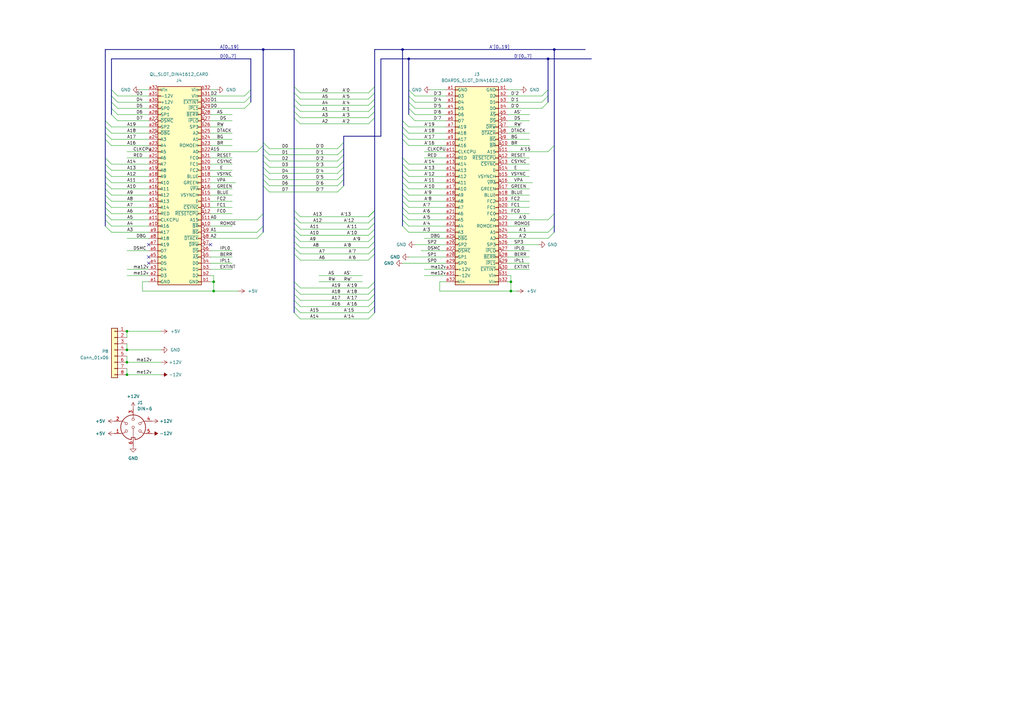
<source format=kicad_sch>
(kicad_sch (version 20250114) (generator "eeschema") (generator_version "9.0")
  (paper "A3")
  (title_block (title "QPlane Backplane for Sinclair QL") (date "2023-11-05") (rev "0,1") (company "(C) 2023 Alvaro Alea Fdz") (comment 1 "https://ohwr.org/cern_ohl_s_v2.txt") (comment 2 "CERN Open Hardware Licence Version 2 - Strongly Reciprocal") (comment 3 "Under License"))
  (lib_symbols
    (symbol "8bits:QL_SLOT_DIN41612" (pin_names (offset 1.016))
      (property "Reference" "J" (at 1.27 40.64 0))
      (property "Value" "QL_SLOT_DIN41612" (at 1.27 -43.18 0))
      (symbol "QL_SLOT_DIN41612_1_1"
        (rectangle (start -8.89 39.37) (end 8.89 -41.91) (stroke (width 0.254)) (fill (type background)))
        (rectangle (start -8.89 38.227) (end -7.62 37.973) (stroke (width 0.1524)))
        (rectangle (start -8.89 35.687) (end -7.62 35.433) (stroke (width 0.1524)))
        (rectangle (start -8.89 33.147) (end -7.62 32.893) (stroke (width 0.1524)))
        (rectangle (start -8.89 30.607) (end -7.62 30.353) (stroke (width 0.1524)))
        (rectangle (start -8.89 28.067) (end -7.62 27.813) (stroke (width 0.1524)))
        (rectangle (start -8.89 25.527) (end -7.62 25.273) (stroke (width 0.1524)))
        (rectangle (start -8.89 22.987) (end -7.62 22.733) (stroke (width 0.1524)))
        (rectangle (start -8.89 20.447) (end -7.62 20.193) (stroke (width 0.1524)))
        (rectangle (start -8.89 17.907) (end -7.62 17.653) (stroke (width 0.1524)))
        (rectangle (start -8.89 15.367) (end -7.62 15.113) (stroke (width 0.1524)))
        (rectangle (start -8.89 12.827) (end -7.62 12.573) (stroke (width 0.1524)))
        (rectangle (start -8.89 10.287) (end -7.62 10.033) (stroke (width 0.1524)))
        (rectangle (start -8.89 7.747) (end -7.62 7.493) (stroke (width 0.1524)))
        (rectangle (start -8.89 5.207) (end -7.62 4.953) (stroke (width 0.1524)))
        (rectangle (start -8.89 2.667) (end -7.62 2.413) (stroke (width 0.1524)))
        (rectangle (start -8.89 0.127) (end -7.62 -0.127) (stroke (width 0.1524)))
        (rectangle (start -8.89 -2.413) (end -7.62 -2.667) (stroke (width 0.1524)))
        (rectangle (start -8.89 -4.953) (end -7.62 -5.207) (stroke (width 0.1524)))
        (rectangle (start -8.89 -7.493) (end -7.62 -7.747) (stroke (width 0.1524)))
        (rectangle (start -8.89 -10.033) (end -7.62 -10.287) (stroke (width 0.1524)))
        (rectangle (start -8.89 -12.573) (end -7.62 -12.827) (stroke (width 0.1524)))
        (rectangle (start -8.89 -15.113) (end -7.62 -15.367) (stroke (width 0.1524)))
        (rectangle (start -8.89 -17.653) (end -7.62 -17.907) (stroke (width 0.1524)))
        (rectangle (start -8.89 -20.193) (end -7.62 -20.447) (stroke (width 0.1524)))
        (rectangle (start -8.89 -22.733) (end -7.62 -22.987) (stroke (width 0.1524)))
        (rectangle (start -8.89 -25.273) (end -7.62 -25.527) (stroke (width 0.1524)))
        (rectangle (start -8.89 -27.813) (end -7.62 -28.067) (stroke (width 0.1524)))
        (rectangle (start -8.89 -30.353) (end -7.62 -30.607) (stroke (width 0.1524)))
        (rectangle (start -8.89 -32.893) (end -7.62 -33.147) (stroke (width 0.1524)))
        (rectangle (start -8.89 -35.433) (end -7.62 -35.687) (stroke (width 0.1524)))
        (rectangle (start -8.89 -37.973) (end -7.62 -38.227) (stroke (width 0.1524)))
        (rectangle (start -8.89 -40.513) (end -7.62 -40.767) (stroke (width 0.1524)))
        (rectangle (start 8.89 38.227) (end 7.62 37.973) (stroke (width 0.1524)))
        (rectangle (start 8.89 35.687) (end 7.62 35.433) (stroke (width 0.1524)))
        (rectangle (start 8.89 33.147) (end 7.62 32.893) (stroke (width 0.1524)))
        (rectangle (start 8.89 30.607) (end 7.62 30.353) (stroke (width 0.1524)))
        (rectangle (start 8.89 28.067) (end 7.62 27.813) (stroke (width 0.1524)))
        (rectangle (start 8.89 25.527) (end 7.62 25.273) (stroke (width 0.1524)))
        (rectangle (start 8.89 22.987) (end 7.62 22.733) (stroke (width 0.1524)))
        (rectangle (start 8.89 20.447) (end 7.62 20.193) (stroke (width 0.1524)))
        (rectangle (start 8.89 17.907) (end 7.62 17.653) (stroke (width 0.1524)))
        (rectangle (start 8.89 15.367) (end 7.62 15.113) (stroke (width 0.1524)))
        (rectangle (start 8.89 12.827) (end 7.62 12.573) (stroke (width 0.1524)))
        (rectangle (start 8.89 10.287) (end 7.62 10.033) (stroke (width 0.1524)))
        (rectangle (start 8.89 7.747) (end 7.62 7.493) (stroke (width 0.1524)))
        (rectangle (start 8.89 5.207) (end 7.62 4.953) (stroke (width 0.1524)))
        (rectangle (start 8.89 2.667) (end 7.62 2.413) (stroke (width 0.1524)))
        (rectangle (start 8.89 0.127) (end 7.62 -0.127) (stroke (width 0.1524)))
        (rectangle (start 8.89 -2.413) (end 7.62 -2.667) (stroke (width 0.1524)))
        (rectangle (start 8.89 -4.953) (end 7.62 -5.207) (stroke (width 0.1524)))
        (rectangle (start 8.89 -7.493) (end 7.62 -7.747) (stroke (width 0.1524)))
        (rectangle (start 8.89 -10.033) (end 7.62 -10.287) (stroke (width 0.1524)))
        (rectangle (start 8.89 -12.573) (end 7.62 -12.827) (stroke (width 0.1524)))
        (rectangle (start 8.89 -15.113) (end 7.62 -15.367) (stroke (width 0.1524)))
        (rectangle (start 8.89 -17.653) (end 7.62 -17.907) (stroke (width 0.1524)))
        (rectangle (start 8.89 -20.193) (end 7.62 -20.447) (stroke (width 0.1524)))
        (rectangle (start 8.89 -22.733) (end 7.62 -22.987) (stroke (width 0.1524)))
        (rectangle (start 8.89 -25.273) (end 7.62 -25.527) (stroke (width 0.1524)))
        (rectangle (start 8.89 -27.813) (end 7.62 -28.067) (stroke (width 0.1524)))
        (rectangle (start 8.89 -30.353) (end 7.62 -30.607) (stroke (width 0.1524)))
        (rectangle (start 8.89 -32.893) (end 7.62 -33.147) (stroke (width 0.1524)))
        (rectangle (start 8.89 -35.433) (end 7.62 -35.687) (stroke (width 0.1524)))
        (rectangle (start 8.89 -37.973) (end 7.62 -38.227) (stroke (width 0.1524)))
        (rectangle (start 8.89 -40.513) (end 7.62 -40.767) (stroke (width 0.1524)))
        (pin passive line (at -12.7 38.1 0) (length 3.81) (name "GND") (number "a1"))
        (pin bidirectional line (at -12.7 35.56 0) (length 3.81) (name "D3") (number "a2"))
        (pin bidirectional line (at -12.7 33.02 0) (length 3.81) (name "D4") (number "a3"))
        (pin bidirectional line (at -12.7 30.48 0) (length 3.81) (name "D5") (number "a4"))
        (pin bidirectional line (at -12.7 27.94 0) (length 3.81) (name "D6") (number "a5"))
        (pin bidirectional line (at -12.7 25.4 0) (length 3.81) (name "D7") (number "a6"))
        (pin passive line (at -12.7 22.86 0) (length 3.81) (name "A19") (number "a7"))
        (pin passive line (at -12.7 20.32 0) (length 3.81) (name "A18") (number "a8"))
        (pin passive line (at -12.7 17.78 0) (length 3.81) (name "A17") (number "a9"))
        (pin passive line (at -12.7 15.24 0) (length 3.81) (name "A16") (number "a10"))
        (pin passive line (at -12.7 12.7 0) (length 3.81) (name "CLKCPU") (number "a11"))
        (pin passive line (at -12.7 10.16 0) (length 3.81) (name "RED") (number "a12"))
        (pin passive line (at -12.7 7.62 0) (length 3.81) (name "A14") (number "a13"))
        (pin passive line (at -12.7 5.08 0) (length 3.81) (name "A13") (number "a14"))
        (pin passive line (at -12.7 2.54 0) (length 3.81) (name "A12") (number "a15"))
        (pin passive line (at -12.7 0 0) (length 3.81) (name "A11") (number "a16"))
        (pin passive line (at -12.7 -2.54 0) (length 3.81) (name "A10") (number "a17"))
        (pin passive line (at -12.7 -5.08 0) (length 3.81) (name "A9") (number "a18"))
        (pin passive line (at -12.7 -7.62 0) (length 3.81) (name "A8") (number "a19"))
        (pin passive line (at -12.7 -10.16 0) (length 3.81) (name "A7") (number "a20"))
        (pin passive line (at -12.7 -12.7 0) (length 3.81) (name "A6") (number "a21"))
        (pin passive line (at -12.7 -15.24 0) (length 3.81) (name "A5") (number "a22"))
        (pin passive line (at -12.7 -17.78 0) (length 3.81) (name "A4") (number "a23"))
        (pin passive line (at -12.7 -20.32 0) (length 3.81) (name "A3") (number "a24"))
        (pin passive inverted (at -12.7 -22.86 0) (length 3.81) (name "~{DBG}") (number "a25"))
        (pin passive line (at -12.7 -25.4 0) (length 3.81) (name "SP2") (number "a26"))
        (pin passive inverted (at -12.7 -27.94 0) (length 3.81) (name "~{DSMC}") (number "a27"))
        (pin passive line (at -12.7 -30.48 0) (length 3.81) (name "SP1") (number "a28"))
        (pin passive line (at -12.7 -33.02 0) (length 3.81) (name "SP0") (number "a29"))
        (pin passive line (at -12.7 -35.56 0) (length 3.81) (name "+12V") (number "a30"))
        (pin passive line (at -12.7 -38.1 0) (length 3.81) (name "-12V") (number "a31"))
        (pin passive line (at -12.7 -40.64 0) (length 3.81) (name "Vin") (number "a32"))
        (pin passive line (at 12.7 38.1 180) (length 3.81) (name "GND") (number "b1"))
        (pin bidirectional line (at 12.7 35.56 180) (length 3.81) (name "D2") (number "b2"))
        (pin bidirectional line (at 12.7 33.02 180) (length 3.81) (name "D1") (number "b3"))
        (pin bidirectional line (at 12.7 30.48 180) (length 3.81) (name "D0") (number "b4"))
        (pin passive inverted (at 12.7 27.94 180) (length 3.81) (name "~{AS}") (number "b5"))
        (pin passive inverted (at 12.7 25.4 180) (length 3.81) (name "~{DS}") (number "b6"))
        (pin passive inverted (at 12.7 22.86 180) (length 3.81) (name "~{DRW}") (number "b7"))
        (pin passive inverted (at 12.7 20.32 180) (length 3.81) (name "~{DTACK}") (number "b8"))
        (pin passive inverted (at 12.7 17.78 180) (length 3.81) (name "~{BG}") (number "b9"))
        (pin passive inverted (at 12.7 15.24 180) (length 3.81) (name "~{BR}") (number "b10"))
        (pin passive line (at 12.7 12.7 180) (length 3.81) (name "A15") (number "b11"))
        (pin passive inverted (at 12.7 10.16 180) (length 3.81) (name "~{RESETCPU}") (number "b12"))
        (pin passive inverted (at 12.7 7.62 180) (length 3.81) (name "~{CSYNC}") (number "b13"))
        (pin passive line (at 12.7 5.08 180) (length 3.81) (name "E") (number "b14"))
        (pin passive line (at 12.7 2.54 180) (length 3.81) (name "VSYNCH") (number "b15"))
        (pin passive inverted (at 12.7 0 180) (length 3.81) (name "~{VPA}") (number "b16"))
        (pin passive line (at 12.7 -2.54 180) (length 3.81) (name "GREEN") (number "b17"))
        (pin passive line (at 12.7 -5.08 180) (length 3.81) (name "BLUE") (number "b18"))
        (pin passive line (at 12.7 -7.62 180) (length 3.81) (name "FC2") (number "b19"))
        (pin passive line (at 12.7 -10.16 180) (length 3.81) (name "FC1") (number "b20"))
        (pin passive line (at 12.7 -12.7 180) (length 3.81) (name "FC0") (number "b21"))
        (pin passive line (at 12.7 -15.24 180) (length 3.81) (name "A0") (number "b22"))
        (pin passive line (at 12.7 -17.78 180) (length 3.81) (name "ROMOEH") (number "b23"))
        (pin passive line (at 12.7 -20.32 180) (length 3.81) (name "A1") (number "b24"))
        (pin passive line (at 12.7 -22.86 180) (length 3.81) (name "A2") (number "b25"))
        (pin passive line (at 12.7 -25.4 180) (length 3.81) (name "SP3") (number "b26"))
        (pin passive inverted (at 12.7 -27.94 180) (length 3.81) (name "~{IPLO}") (number "b27"))
        (pin passive inverted (at 12.7 -30.48 180) (length 3.81) (name "~{BERR}") (number "b28"))
        (pin passive inverted (at 12.7 -33.02 180) (length 3.81) (name "~{IPL1}") (number "b29"))
        (pin passive inverted (at 12.7 -35.56 180) (length 3.81) (name "~{EXTINT}") (number "b30"))
        (pin passive line (at 12.7 -38.1 180) (length 3.81) (name "Vin") (number "b31"))
        (pin passive line (at 12.7 -40.64 180) (length 3.81) (name "Vin") (number "b32"))
      )
    )
    (symbol "Connector:DIN-6" (pin_names (offset 1.016))
      (property "Reference" "J" (at 3.175 5.715 0))
      (property "Value" "DIN-6" (at 4.445 -4.445 0))
      (symbol "DIN-6_0_1"
        (polyline (pts (xy -5.08 2.54) (xy -4.318 2.54) (xy -3.175 1.905)))
        (polyline (pts (xy -5.08 -2.54) (xy -4.318 -2.54) (xy -3.175 -1.905)))
        (circle (center -2.794 1.524) (radius 0.508))
        (circle (center -2.794 -1.524) (radius 0.508))
        (polyline (pts (xy -0.762 -4.953) (xy -0.762 -4.191) (xy 0.762 -4.191) (xy 0.762 -4.953)) (stroke (width 0.254)))
        (arc (start 5.08 0) (mid 3.8673 -3.3444) (end 0.762 -5.08) (stroke (width 0.254)))
        (polyline (pts (xy 0 5.08) (xy 0 3.81)))
        (circle (center 0 3.302) (radius 0.508))
        (circle (center 0 0) (radius 0.508))
        (arc (start -5.08 0) (mid 0 5.0579) (end 5.08 0) (stroke (width 0.254)))
        (polyline (pts (xy 0 -5.08) (xy 0 -0.508)))
        (arc (start -0.762 -5.08) (mid -3.8597 -3.3379) (end -5.08 0) (stroke (width 0.254)))
        (circle (center 2.794 1.524) (radius 0.508))
        (circle (center 2.794 -1.524) (radius 0.508))
        (polyline (pts (xy 5.08 2.54) (xy 4.318 2.54) (xy 3.175 1.905)))
        (polyline (pts (xy 5.08 -2.54) (xy 4.318 -2.54) (xy 3.175 -1.905)))
      )
      (symbol "DIN-6_1_1"
        (pin passive line (at -7.62 2.54 0) (length 2.54) (name "~") (number "2"))
        (pin passive line (at -7.62 -2.54 0) (length 2.54) (name "~") (number "1"))
        (pin passive line (at 0 7.62 270) (length 2.54) (name "~") (number "3"))
        (pin passive line (at 0 -7.62 90) (length 2.54) (name "~") (number "6"))
        (pin passive line (at 7.62 2.54 180) (length 2.54) (name "~") (number "4"))
        (pin passive line (at 7.62 -2.54 180) (length 2.54) (name "~") (number "5"))
      )
    )
    (symbol "Connector_Generic:Conn_01x08" (pin_names (offset 1.016) (hide yes))
      (property "Reference" "J" (at 0 10.16 0))
      (property "Value" "Conn_01x08" (at 0 -12.7 0))
      (symbol "Conn_01x08_1_1"
        (rectangle (start -1.27 8.89) (end 1.27 -11.43) (stroke (width 0.254)) (fill (type background)))
        (rectangle (start -1.27 7.747) (end 0 7.493) (stroke (width 0.1524)))
        (rectangle (start -1.27 5.207) (end 0 4.953) (stroke (width 0.1524)))
        (rectangle (start -1.27 2.667) (end 0 2.413) (stroke (width 0.1524)))
        (rectangle (start -1.27 0.127) (end 0 -0.127) (stroke (width 0.1524)))
        (rectangle (start -1.27 -2.413) (end 0 -2.667) (stroke (width 0.1524)))
        (rectangle (start -1.27 -4.953) (end 0 -5.207) (stroke (width 0.1524)))
        (rectangle (start -1.27 -7.493) (end 0 -7.747) (stroke (width 0.1524)))
        (rectangle (start -1.27 -10.033) (end 0 -10.287) (stroke (width 0.1524)))
        (pin passive line (at -5.08 7.62 0) (length 3.81) (name "Pin_1") (number "1"))
        (pin passive line (at -5.08 5.08 0) (length 3.81) (name "Pin_2") (number "2"))
        (pin passive line (at -5.08 2.54 0) (length 3.81) (name "Pin_3") (number "3"))
        (pin passive line (at -5.08 0 0) (length 3.81) (name "Pin_4") (number "4"))
        (pin passive line (at -5.08 -2.54 0) (length 3.81) (name "Pin_5") (number "5"))
        (pin passive line (at -5.08 -5.08 0) (length 3.81) (name "Pin_6") (number "6"))
        (pin passive line (at -5.08 -7.62 0) (length 3.81) (name "Pin_7") (number "7"))
        (pin passive line (at -5.08 -10.16 0) (length 3.81) (name "Pin_8") (number "8"))
      )
    )
    (symbol "power:+12V" (power) (pin_names (offset 0))
      (property "Value" "+12V" (at 0 3.556 0))
      (symbol "+12V_0_1"
        (polyline (pts (xy -0.762 1.27) (xy 0 2.54)))
        (polyline (pts (xy 0 2.54) (xy 0.762 1.27)))
        (polyline (pts (xy 0 0) (xy 0 2.54)))
      )
      (symbol "+12V_1_1"
        (pin power_in line (at 0 0 90) (length 0) (hide yes) (name "+12V") (number "1"))
      )
    )
    (symbol "power:+5V" (power) (pin_numbers (hide yes)) (pin_names (offset 0) (hide yes))
      (property "Value" "+5V" (at 0 3.556 0))
      (symbol "+5V_0_1"
        (polyline (pts (xy -0.762 1.27) (xy 0 2.54)))
        (polyline (pts (xy 0 2.54) (xy 0.762 1.27)))
        (polyline (pts (xy 0 0) (xy 0 2.54)))
      )
      (symbol "+5V_1_1"
        (pin power_in line (at 0 0 90) (length 0) (name "~") (number "1"))
      )
    )
    (symbol "power:-12V" (power) (pin_names (offset 0))
      (property "Value" "-12V" (at 0 3.81 0))
      (symbol "-12V_0_0"
        (pin power_in line (at 0 0 90) (length 0) (hide yes) (name "-12V") (number "1"))
      )
      (symbol "-12V_0_1"
        (polyline (pts (xy 0 0) (xy 0 1.27) (xy 0.762 1.27) (xy 0 2.54) (xy -0.762 1.27) (xy 0 1.27)) (fill (type outline)))
      )
    )
    (symbol "power:GND" (power) (pin_names (offset 0))
      (property "Value" "GND" (at 0 -3.81 0))
      (symbol "GND_0_1"
        (polyline (pts (xy 0 0) (xy 0 -1.27) (xy 1.27 -1.27) (xy 0 -2.54) (xy -1.27 -1.27) (xy 0 -1.27)))
      )
      (symbol "GND_1_1"
        (pin power_in line (at 0 0 270) (length 0) (hide yes) (name "GND") (number "1"))
      )
    )
  )
  (junction (at 227.33 20.32))
  (junction (at 52.07 135.89))
  (junction (at 107.95 20.32))
  (junction (at 224.79 24.13))
  (junction (at 167.64 24.13))
  (junction (at 209.55 119.38))
  (junction (at 209.55 115.57))
  (junction (at 87.63 119.38))
  (junction (at 52.07 143.51))
  (junction (at 52.07 153.67))
  (junction (at 87.63 115.57))
  (junction (at 165.1 20.32))
  (junction (at 52.07 148.59))
  (no_connect (at 86.36 100.33))
  (no_connect (at 60.96 100.33))
  (no_connect (at 60.96 107.95))
  (no_connect (at 60.96 105.41))
  (bus_entry (at 140.97 60.96) (size -2.54 2.54))
  (bus_entry (at 227.33 95.25) (size -2.54 2.54))
  (bus_entry (at 120.65 118.11) (size 2.54 2.54))
  (bus_entry (at 140.97 63.5) (size -2.54 2.54))
  (bus_entry (at 165.1 80.01) (size 2.54 2.54))
  (bus_entry (at 102.87 41.91) (size -2.54 2.54))
  (bus_entry (at 140.97 58.42) (size -2.54 2.54))
  (bus_entry (at 165.1 74.93) (size 2.54 2.54))
  (bus_entry (at 120.65 123.19) (size 2.54 2.54))
  (bus_entry (at 120.65 96.52) (size 2.54 2.54))
  (bus_entry (at 227.33 92.71) (size -2.54 2.54))
  (bus_entry (at 43.18 69.85) (size 2.54 2.54))
  (bus_entry (at 107.95 59.69) (size -2.54 2.54))
  (bus_entry (at 153.67 96.52) (size -2.54 2.54))
  (bus_entry (at 153.67 125.73) (size -2.54 2.54))
  (bus_entry (at 43.18 57.15) (size 2.54 2.54))
  (bus_entry (at 153.67 91.44) (size -2.54 2.54))
  (bus_entry (at 167.64 41.91) (size 2.54 2.54))
  (bus_entry (at 120.65 43.18) (size 2.54 2.54))
  (bus_entry (at 120.65 40.64) (size 2.54 2.54))
  (bus_entry (at 165.1 90.17) (size 2.54 2.54))
  (bus_entry (at 43.18 67.31) (size 2.54 2.54))
  (bus_entry (at 43.18 77.47) (size 2.54 2.54))
  (bus_entry (at 167.64 44.45) (size 2.54 2.54))
  (bus_entry (at 165.1 87.63) (size 2.54 2.54))
  (bus_entry (at 165.1 92.71) (size 2.54 2.54))
  (bus_entry (at 140.97 66.04) (size -2.54 2.54))
  (bus_entry (at 153.67 123.19) (size -2.54 2.54))
  (bus_entry (at 153.67 86.36) (size -2.54 2.54))
  (bus_entry (at 43.18 85.09) (size 2.54 2.54))
  (bus_entry (at 153.67 118.11) (size -2.54 2.54))
  (bus_entry (at 140.97 73.66) (size -2.54 2.54))
  (bus_entry (at 107.95 60.96) (size 2.54 2.54))
  (bus_entry (at 167.64 39.37) (size 2.54 2.54))
  (bus_entry (at 43.18 54.61) (size 2.54 2.54))
  (bus_entry (at 107.95 92.71) (size -2.54 2.54))
  (bus_entry (at 165.1 67.31) (size 2.54 2.54))
  (bus_entry (at 120.65 38.1) (size 2.54 2.54))
  (bus_entry (at 167.64 46.99) (size 2.54 2.54))
  (bus_entry (at 167.64 36.83) (size 2.54 2.54))
  (bus_entry (at 224.79 36.83) (size -2.54 2.54))
  (bus_entry (at 120.65 101.6) (size 2.54 2.54))
  (bus_entry (at 120.65 91.44) (size 2.54 2.54))
  (bus_entry (at 107.95 73.66) (size 2.54 2.54))
  (bus_entry (at 153.67 104.14) (size -2.54 2.54))
  (bus_entry (at 165.1 49.53) (size 2.54 2.54))
  (bus_entry (at 45.72 44.45) (size 2.54 2.54))
  (bus_entry (at 120.65 99.06) (size 2.54 2.54))
  (bus_entry (at 153.67 120.65) (size -2.54 2.54))
  (bus_entry (at 140.97 76.2) (size -2.54 2.54))
  (bus_entry (at 43.18 64.77) (size 2.54 2.54))
  (bus_entry (at 153.67 35.56) (size -2.54 2.54))
  (bus_entry (at 165.1 85.09) (size 2.54 2.54))
  (bus_entry (at 165.1 64.77) (size 2.54 2.54))
  (bus_entry (at 102.87 39.37) (size -2.54 2.54))
  (bus_entry (at 153.67 115.57) (size -2.54 2.54))
  (bus_entry (at 165.1 77.47) (size 2.54 2.54))
  (bus_entry (at 153.67 86.36) (size -2.54 2.54))
  (bus_entry (at 120.65 48.26) (size 2.54 2.54))
  (bus_entry (at 43.18 49.53) (size 2.54 2.54))
  (bus_entry (at 45.72 41.91) (size 2.54 2.54))
  (bus_entry (at 107.95 58.42) (size 2.54 2.54))
  (bus_entry (at 227.33 87.63) (size -2.54 2.54))
  (bus_entry (at 140.97 68.58) (size -2.54 2.54))
  (bus_entry (at 43.18 82.55) (size 2.54 2.54))
  (bus_entry (at 43.18 80.01) (size 2.54 2.54))
  (bus_entry (at 227.33 59.69) (size -2.54 2.54))
  (bus_entry (at 43.18 52.07) (size 2.54 2.54))
  (bus_entry (at 120.65 86.36) (size 2.54 2.54))
  (bus_entry (at 153.67 101.6) (size -2.54 2.54))
  (bus_entry (at 43.18 72.39) (size 2.54 2.54))
  (bus_entry (at 153.67 99.06) (size -2.54 2.54))
  (bus_entry (at 165.1 72.39) (size 2.54 2.54))
  (bus_entry (at 120.65 120.65) (size 2.54 2.54))
  (bus_entry (at 165.1 69.85) (size 2.54 2.54))
  (bus_entry (at 153.67 93.98) (size -2.54 2.54))
  (bus_entry (at 107.95 87.63) (size -2.54 2.54))
  (bus_entry (at 107.95 76.2) (size 2.54 2.54))
  (bus_entry (at 120.65 115.57) (size 2.54 2.54))
  (bus_entry (at 120.65 125.73) (size 2.54 2.54))
  (bus_entry (at 43.18 92.71) (size 2.54 2.54))
  (bus_entry (at 153.67 128.27) (size -2.54 2.54))
  (bus_entry (at 107.95 66.04) (size 2.54 2.54))
  (bus_entry (at 153.67 48.26) (size -2.54 2.54))
  (bus_entry (at 102.87 36.83) (size -2.54 2.54))
  (bus_entry (at 107.95 68.58) (size 2.54 2.54))
  (bus_entry (at 153.67 40.64) (size -2.54 2.54))
  (bus_entry (at 120.65 45.72) (size 2.54 2.54))
  (bus_entry (at 120.65 88.9) (size 2.54 2.54))
  (bus_entry (at 153.67 38.1) (size -2.54 2.54))
  (bus_entry (at 165.1 54.61) (size 2.54 2.54))
  (bus_entry (at 153.67 88.9) (size -2.54 2.54))
  (bus_entry (at 45.72 46.99) (size 2.54 2.54))
  (bus_entry (at 224.79 41.91) (size -2.54 2.54))
  (bus_entry (at 165.1 82.55) (size 2.54 2.54))
  (bus_entry (at 43.18 90.17) (size 2.54 2.54))
  (bus_entry (at 43.18 87.63) (size 2.54 2.54))
  (bus_entry (at 45.72 39.37) (size 2.54 2.54))
  (bus_entry (at 165.1 57.15) (size 2.54 2.54))
  (bus_entry (at 107.95 63.5) (size 2.54 2.54))
  (bus_entry (at 153.67 43.18) (size -2.54 2.54))
  (bus_entry (at 120.65 93.98) (size 2.54 2.54))
  (bus_entry (at 224.79 39.37) (size -2.54 2.54))
  (bus_entry (at 165.1 52.07) (size 2.54 2.54))
  (bus_entry (at 153.67 45.72) (size -2.54 2.54))
  (bus_entry (at 120.65 128.27) (size 2.54 2.54))
  (bus_entry (at 107.95 71.12) (size 2.54 2.54))
  (bus_entry (at 43.18 74.93) (size 2.54 2.54))
  (bus_entry (at 107.95 95.25) (size -2.54 2.54))
  (bus_entry (at 45.72 36.83) (size 2.54 2.54))
  (bus_entry (at 120.65 35.56) (size 2.54 2.54))
  (bus_entry (at 120.65 104.14) (size 2.54 2.54))
  (bus_entry (at 140.97 71.12) (size -2.54 2.54))
  (bus (pts (xy 43.18 90.17) (xy 43.18 92.71)))
  (bus (pts (xy 153.67 38.1) (xy 153.67 40.64)))
  (wire (pts (xy 123.19 125.73) (xy 151.13 125.73)))
  (bus (pts (xy 165.1 80.01) (xy 165.1 82.55)))
  (bus (pts (xy 107.95 60.96) (xy 107.95 63.5)))
  (wire (pts (xy 123.19 130.81) (xy 151.13 130.81)))
  (wire (pts (xy 208.28 97.79) (xy 224.79 97.79)))
  (wire (pts (xy 52.07 143.51) (xy 66.04 143.51)))
  (wire (pts (xy 167.64 82.55) (xy 182.88 82.55)))
  (bus (pts (xy 165.1 54.61) (xy 165.1 57.15)))
  (wire (pts (xy 123.19 118.11) (xy 151.13 118.11)))
  (bus (pts (xy 167.64 41.91) (xy 167.64 44.45)))
  (wire (pts (xy 208.28 41.91) (xy 222.25 41.91)))
  (bus (pts (xy 153.67 93.98) (xy 153.67 96.52)))
  (wire (pts (xy 86.36 49.53) (xy 95.25 49.53)))
  (bus (pts (xy 120.65 99.06) (xy 120.65 101.6)))
  (wire (pts (xy 123.19 91.44) (xy 151.13 91.44)))
  (bus (pts (xy 153.67 123.19) (xy 153.67 125.73)))
  (bus (pts (xy 140.97 71.12) (xy 140.97 73.66)))
  (wire (pts (xy 45.72 54.61) (xy 60.96 54.61)))
  (bus (pts (xy 165.1 74.93) (xy 165.1 77.47)))
  (bus (pts (xy 227.33 59.69) (xy 227.33 87.63)))
  (wire (pts (xy 58.42 115.57) (xy 58.42 119.38)))
  (bus (pts (xy 165.1 87.63) (xy 165.1 90.17)))
  (bus (pts (xy 227.33 92.71) (xy 227.33 95.25)))
  (wire (pts (xy 86.36 87.63) (xy 95.25 87.63)))
  (wire (pts (xy 87.63 115.57) (xy 87.63 113.03)))
  (wire (pts (xy 86.36 69.85) (xy 95.25 69.85)))
  (bus (pts (xy 120.65 91.44) (xy 120.65 93.98)))
  (wire (pts (xy 52.07 135.89) (xy 66.04 135.89)))
  (wire (pts (xy 167.64 80.01) (xy 182.88 80.01)))
  (bus (pts (xy 227.33 20.32) (xy 240.03 20.32)))
  (wire (pts (xy 45.72 87.63) (xy 60.96 87.63)))
  (wire (pts (xy 86.36 57.15) (xy 95.25 57.15)))
  (bus (pts (xy 165.1 67.31) (xy 165.1 69.85)))
  (bus (pts (xy 120.65 96.52) (xy 120.65 99.06)))
  (wire (pts (xy 123.19 120.65) (xy 151.13 120.65)))
  (wire (pts (xy 170.18 49.53) (xy 182.88 49.53)))
  (bus (pts (xy 120.65 35.56) (xy 120.65 38.1)))
  (bus (pts (xy 153.67 43.18) (xy 153.67 45.72)))
  (wire (pts (xy 123.19 96.52) (xy 151.13 96.52)))
  (wire (pts (xy 208.28 95.25) (xy 224.79 95.25)))
  (wire (pts (xy 208.28 49.53) (xy 217.17 49.53)))
  (bus (pts (xy 43.18 20.32) (xy 107.95 20.32)))
  (bus (pts (xy 153.67 96.52) (xy 153.67 99.06)))
  (bus (pts (xy 107.95 92.71) (xy 107.95 95.25)))
  (wire (pts (xy 86.36 39.37) (xy 100.33 39.37)))
  (wire (pts (xy 45.72 72.39) (xy 60.96 72.39)))
  (bus (pts (xy 43.18 49.53) (xy 43.18 52.07)))
  (wire (pts (xy 208.28 72.39) (xy 217.17 72.39)))
  (wire (pts (xy 52.07 64.77) (xy 60.96 64.77)))
  (wire (pts (xy 86.36 110.49) (xy 95.25 110.49)))
  (wire (pts (xy 208.28 44.45) (xy 222.25 44.45)))
  (wire (pts (xy 170.18 39.37) (xy 182.88 39.37)))
  (wire (pts (xy 208.28 90.17) (xy 224.79 90.17)))
  (wire (pts (xy 208.28 57.15) (xy 217.17 57.15)))
  (bus (pts (xy 140.97 66.04) (xy 140.97 63.5)))
  (bus (pts (xy 120.65 86.36) (xy 120.65 88.9)))
  (wire (pts (xy 123.19 40.64) (xy 151.13 40.64)))
  (bus (pts (xy 167.64 39.37) (xy 167.64 41.91)))
  (wire (pts (xy 167.64 105.41) (xy 182.88 105.41)))
  (wire (pts (xy 167.64 52.07) (xy 182.88 52.07)))
  (wire (pts (xy 208.28 100.33) (xy 220.98 100.33)))
  (wire (pts (xy 123.19 43.18) (xy 151.13 43.18)))
  (bus (pts (xy 43.18 80.01) (xy 43.18 82.55)))
  (wire (pts (xy 208.28 107.95) (xy 217.17 107.95)))
  (wire (pts (xy 167.64 90.17) (xy 182.88 90.17)))
  (wire (pts (xy 110.49 73.66) (xy 138.43 73.66)))
  (bus (pts (xy 120.65 40.64) (xy 120.65 43.18)))
  (wire (pts (xy 86.36 72.39) (xy 95.25 72.39)))
  (wire (pts (xy 48.26 44.45) (xy 60.96 44.45)))
  (wire (pts (xy 208.28 36.83) (xy 213.36 36.83)))
  (bus (pts (xy 224.79 39.37) (xy 224.79 41.91)))
  (wire (pts (xy 52.07 140.97) (xy 52.07 143.51)))
  (wire (pts (xy 173.99 110.49) (xy 182.88 110.49)))
  (wire (pts (xy 45.72 92.71) (xy 60.96 92.71)))
  (bus (pts (xy 43.18 87.63) (xy 43.18 90.17)))
  (bus (pts (xy 107.95 73.66) (xy 107.95 76.2)))
  (wire (pts (xy 86.36 64.77) (xy 95.25 64.77)))
  (bus (pts (xy 45.72 41.91) (xy 45.72 44.45)))
  (bus (pts (xy 120.65 123.19) (xy 120.65 125.73)))
  (wire (pts (xy 110.49 78.74) (xy 138.43 78.74)))
  (wire (pts (xy 209.55 119.38) (xy 212.09 119.38)))
  (wire (pts (xy 87.63 119.38) (xy 97.79 119.38)))
  (wire (pts (xy 45.72 90.17) (xy 60.96 90.17)))
  (wire (pts (xy 167.64 67.31) (xy 182.88 67.31)))
  (wire (pts (xy 208.28 69.85) (xy 217.17 69.85)))
  (wire (pts (xy 45.72 82.55) (xy 60.96 82.55)))
  (bus (pts (xy 43.18 67.31) (xy 43.18 69.85)))
  (wire (pts (xy 123.19 104.14) (xy 151.13 104.14)))
  (wire (pts (xy 208.28 115.57) (xy 209.55 115.57)))
  (wire (pts (xy 86.36 77.47) (xy 95.25 77.47)))
  (wire (pts (xy 123.19 48.26) (xy 151.13 48.26)))
  (bus (pts (xy 153.67 118.11) (xy 153.67 120.65)))
  (wire (pts (xy 86.36 102.87) (xy 95.25 102.87)))
  (bus (pts (xy 153.67 125.73) (xy 153.67 128.27)))
  (bus (pts (xy 153.67 48.26) (xy 153.67 86.36)))
  (wire (pts (xy 123.19 128.27) (xy 151.13 128.27)))
  (wire (pts (xy 45.72 57.15) (xy 60.96 57.15)))
  (bus (pts (xy 165.1 85.09) (xy 165.1 87.63)))
  (wire (pts (xy 170.18 44.45) (xy 182.88 44.45)))
  (wire (pts (xy 48.26 49.53) (xy 60.96 49.53)))
  (wire (pts (xy 208.28 64.77) (xy 217.17 64.77)))
  (wire (pts (xy 208.28 82.55) (xy 217.17 82.55)))
  (bus (pts (xy 45.72 44.45) (xy 45.72 46.99)))
  (bus (pts (xy 120.65 45.72) (xy 120.65 48.26)))
  (bus (pts (xy 120.65 43.18) (xy 120.65 45.72)))
  (wire (pts (xy 208.28 105.41) (xy 217.17 105.41)))
  (wire (pts (xy 86.36 36.83) (xy 88.9 36.83)))
  (wire (pts (xy 52.07 146.05) (xy 52.07 148.59)))
  (wire (pts (xy 167.64 74.93) (xy 182.88 74.93)))
  (bus (pts (xy 165.1 52.07) (xy 165.1 54.61)))
  (wire (pts (xy 167.64 95.25) (xy 182.88 95.25)))
  (wire (pts (xy 86.36 85.09) (xy 95.25 85.09)))
  (wire (pts (xy 123.19 99.06) (xy 151.13 99.06)))
  (wire (pts (xy 45.72 80.01) (xy 60.96 80.01)))
  (wire (pts (xy 52.07 102.87) (xy 60.96 102.87)))
  (bus (pts (xy 107.95 68.58) (xy 107.95 71.12)))
  (bus (pts (xy 165.1 20.32) (xy 153.67 20.32)))
  (wire (pts (xy 208.28 102.87) (xy 217.17 102.87)))
  (wire (pts (xy 86.36 52.07) (xy 91.44 52.07)))
  (wire (pts (xy 58.42 119.38) (xy 87.63 119.38)))
  (wire (pts (xy 173.99 113.03) (xy 182.88 113.03)))
  (bus (pts (xy 140.97 60.96) (xy 140.97 58.42)))
  (wire (pts (xy 87.63 113.03) (xy 86.36 113.03)))
  (wire (pts (xy 208.28 87.63) (xy 217.17 87.63)))
  (bus (pts (xy 107.95 58.42) (xy 107.95 59.69)))
  (bus (pts (xy 224.79 36.83) (xy 224.79 39.37)))
  (wire (pts (xy 45.72 74.93) (xy 60.96 74.93)))
  (wire (pts (xy 87.63 119.38) (xy 87.63 115.57)))
  (wire (pts (xy 110.49 63.5) (xy 138.43 63.5)))
  (bus (pts (xy 107.95 71.12) (xy 107.95 73.66)))
  (bus (pts (xy 140.97 58.42) (xy 140.97 55.88)))
  (wire (pts (xy 110.49 68.58) (xy 138.43 68.58)))
  (wire (pts (xy 167.64 72.39) (xy 182.88 72.39)))
  (wire (pts (xy 208.28 62.23) (xy 224.79 62.23)))
  (wire (pts (xy 110.49 60.96) (xy 138.43 60.96)))
  (wire (pts (xy 167.64 57.15) (xy 182.88 57.15)))
  (bus (pts (xy 120.65 125.73) (xy 120.65 128.27)))
  (bus (pts (xy 45.72 39.37) (xy 45.72 41.91)))
  (wire (pts (xy 180.34 115.57) (xy 180.34 119.38)))
  (wire (pts (xy 180.34 119.38) (xy 209.55 119.38)))
  (wire (pts (xy 182.88 115.57) (xy 180.34 115.57)))
  (wire (pts (xy 209.55 113.03) (xy 208.28 113.03)))
  (wire (pts (xy 209.55 115.57) (xy 209.55 113.03)))
  (wire (pts (xy 209.55 119.38) (xy 209.55 115.57)))
  (bus (pts (xy 43.18 72.39) (xy 43.18 74.93)))
  (wire (pts (xy 45.72 69.85) (xy 60.96 69.85)))
  (bus (pts (xy 102.87 39.37) (xy 102.87 41.91)))
  (bus (pts (xy 43.18 64.77) (xy 43.18 67.31)))
  (bus (pts (xy 107.95 66.04) (xy 107.95 68.58)))
  (bus (pts (xy 43.18 85.09) (xy 43.18 87.63)))
  (wire (pts (xy 167.64 69.85) (xy 182.88 69.85)))
  (bus (pts (xy 107.95 87.63) (xy 107.95 92.71)))
  (wire (pts (xy 52.07 97.79) (xy 60.96 97.79)))
  (wire (pts (xy 86.36 95.25) (xy 105.41 95.25)))
  (wire (pts (xy 208.28 54.61) (xy 217.17 54.61)))
  (wire (pts (xy 86.36 80.01) (xy 95.25 80.01)))
  (bus (pts (xy 120.65 120.65) (xy 120.65 123.19)))
  (wire (pts (xy 123.19 50.8) (xy 151.13 50.8)))
  (bus (pts (xy 120.65 93.98) (xy 120.65 96.52)))
  (bus (pts (xy 156.21 24.13) (xy 156.21 55.88)))
  (bus (pts (xy 43.18 57.15) (xy 43.18 64.77)))
  (wire (pts (xy 86.36 62.23) (xy 105.41 62.23)))
  (bus (pts (xy 120.65 118.11) (xy 120.65 120.65)))
  (bus (pts (xy 120.65 101.6) (xy 120.65 104.14)))
  (bus (pts (xy 43.18 54.61) (xy 43.18 57.15)))
  (wire (pts (xy 123.19 106.68) (xy 151.13 106.68)))
  (bus (pts (xy 107.95 63.5) (xy 107.95 66.04)))
  (bus (pts (xy 140.97 68.58) (xy 140.97 66.04)))
  (wire (pts (xy 173.99 97.79) (xy 182.88 97.79)))
  (wire (pts (xy 123.19 123.19) (xy 151.13 123.19)))
  (wire (pts (xy 165.1 107.95) (xy 182.88 107.95)))
  (bus (pts (xy 165.1 69.85) (xy 165.1 72.39)))
  (wire (pts (xy 173.99 64.77) (xy 182.88 64.77)))
  (wire (pts (xy 208.28 80.01) (xy 217.17 80.01)))
  (wire (pts (xy 208.28 52.07) (xy 213.36 52.07)))
  (bus (pts (xy 43.18 52.07) (xy 43.18 54.61)))
  (wire (pts (xy 86.36 90.17) (xy 105.41 90.17)))
  (wire (pts (xy 123.19 88.9) (xy 151.13 88.9)))
  (wire (pts (xy 86.36 41.91) (xy 100.33 41.91)))
  (bus (pts (xy 165.1 64.77) (xy 165.1 67.31)))
  (wire (pts (xy 110.49 76.2) (xy 138.43 76.2)))
  (wire (pts (xy 45.72 85.09) (xy 60.96 85.09)))
  (bus (pts (xy 102.87 36.83) (xy 102.87 39.37)))
  (wire (pts (xy 167.64 85.09) (xy 182.88 85.09)))
  (wire (pts (xy 52.07 153.67) (xy 66.04 153.67)))
  (wire (pts (xy 172.72 102.87) (xy 182.88 102.87)))
  (wire (pts (xy 123.19 101.6) (xy 151.13 101.6)))
  (wire (pts (xy 208.28 46.99) (xy 217.17 46.99)))
  (wire (pts (xy 170.18 100.33) (xy 182.88 100.33)))
  (wire (pts (xy 123.19 93.98) (xy 151.13 93.98)))
  (bus (pts (xy 165.1 82.55) (xy 165.1 85.09)))
  (bus (pts (xy 45.72 36.83) (xy 45.72 39.37)))
  (wire (pts (xy 52.07 151.13) (xy 52.07 153.67)))
  (wire (pts (xy 86.36 97.79) (xy 105.41 97.79)))
  (wire (pts (xy 52.07 113.03) (xy 60.96 113.03)))
  (wire (pts (xy 167.64 87.63) (xy 182.88 87.63)))
  (bus (pts (xy 153.67 86.36) (xy 153.67 88.9)))
  (bus (pts (xy 43.18 20.32) (xy 43.18 49.53)))
  (wire (pts (xy 86.36 107.95) (xy 95.25 107.95)))
  (bus (pts (xy 107.95 20.32) (xy 120.65 20.32)))
  (bus (pts (xy 43.18 74.93) (xy 43.18 77.47)))
  (bus (pts (xy 120.65 115.57) (xy 120.65 118.11)))
  (bus (pts (xy 165.1 49.53) (xy 165.1 52.07)))
  (wire (pts (xy 52.07 110.49) (xy 60.96 110.49)))
  (wire (pts (xy 86.36 46.99) (xy 95.25 46.99)))
  (wire (pts (xy 110.49 66.04) (xy 138.43 66.04)))
  (bus (pts (xy 107.95 76.2) (xy 107.95 87.63)))
  (bus (pts (xy 120.65 104.14) (xy 120.65 115.57)))
  (bus (pts (xy 153.67 104.14) (xy 153.67 115.57)))
  (wire (pts (xy 208.28 67.31) (xy 217.17 67.31)))
  (wire (pts (xy 52.07 135.89) (xy 52.07 138.43)))
  (wire (pts (xy 176.53 36.83) (xy 182.88 36.83)))
  (bus (pts (xy 153.67 20.32) (xy 153.67 35.56)))
  (wire (pts (xy 167.64 77.47) (xy 182.88 77.47)))
  (wire (pts (xy 86.36 44.45) (xy 100.33 44.45)))
  (wire (pts (xy 86.36 74.93) (xy 96.52 74.93)))
  (bus (pts (xy 120.65 20.32) (xy 120.65 35.56)))
  (wire (pts (xy 170.18 41.91) (xy 182.88 41.91)))
  (bus (pts (xy 107.95 20.32) (xy 107.95 58.42)))
  (bus (pts (xy 167.64 24.13) (xy 224.79 24.13)))
  (bus (pts (xy 153.67 115.57) (xy 153.67 118.11)))
  (bus (pts (xy 156.21 24.13) (xy 167.64 24.13)))
  (bus (pts (xy 43.18 82.55) (xy 43.18 85.09)))
  (bus (pts (xy 43.18 69.85) (xy 43.18 72.39)))
  (wire (pts (xy 45.72 52.07) (xy 60.96 52.07)))
  (bus (pts (xy 153.67 88.9) (xy 153.67 91.44)))
  (wire (pts (xy 45.72 59.69) (xy 60.96 59.69)))
  (wire (pts (xy 45.72 77.47) (xy 60.96 77.47)))
  (bus (pts (xy 167.64 24.13) (xy 167.64 36.83)))
  (bus (pts (xy 224.79 24.13) (xy 224.79 36.83)))
  (bus (pts (xy 153.67 35.56) (xy 153.67 38.1)))
  (bus (pts (xy 153.67 45.72) (xy 153.67 48.26)))
  (wire (pts (xy 52.07 148.59) (xy 66.04 148.59)))
  (bus (pts (xy 43.18 77.47) (xy 43.18 80.01)))
  (bus (pts (xy 165.1 72.39) (xy 165.1 74.93)))
  (wire (pts (xy 123.19 45.72) (xy 151.13 45.72)))
  (wire (pts (xy 86.36 67.31) (xy 95.25 67.31)))
  (bus (pts (xy 140.97 55.88) (xy 156.21 55.88)))
  (bus (pts (xy 102.87 24.13) (xy 102.87 36.83)))
  (wire (pts (xy 167.64 54.61) (xy 182.88 54.61)))
  (bus (pts (xy 165.1 20.32) (xy 165.1 49.53)))
  (bus (pts (xy 165.1 20.32) (xy 227.33 20.32)))
  (bus (pts (xy 227.33 20.32) (xy 227.33 59.69)))
  (wire (pts (xy 86.36 105.41) (xy 95.25 105.41)))
  (wire (pts (xy 48.26 41.91) (xy 60.96 41.91)))
  (bus (pts (xy 140.97 76.2) (xy 140.97 73.66)))
  (bus (pts (xy 227.33 87.63) (xy 227.33 92.71)))
  (wire (pts (xy 48.26 46.99) (xy 60.96 46.99)))
  (wire (pts (xy 86.36 115.57) (xy 87.63 115.57)))
  (bus (pts (xy 45.72 24.13) (xy 45.72 36.83)))
  (wire (pts (xy 57.15 36.83) (xy 60.96 36.83)))
  (bus (pts (xy 153.67 101.6) (xy 153.67 104.14)))
  (wire (pts (xy 86.36 92.71) (xy 95.25 92.71)))
  (wire (pts (xy 86.36 54.61) (xy 95.25 54.61)))
  (bus (pts (xy 120.65 48.26) (xy 120.65 86.36)))
  (wire (pts (xy 45.72 95.25) (xy 60.96 95.25)))
  (bus (pts (xy 165.1 90.17) (xy 165.1 92.71)))
  (bus (pts (xy 167.64 36.83) (xy 167.64 39.37)))
  (bus (pts (xy 120.65 88.9) (xy 120.65 91.44)))
  (bus (pts (xy 153.67 99.06) (xy 153.67 101.6)))
  (wire (pts (xy 60.96 115.57) (xy 58.42 115.57)))
  (wire (pts (xy 208.28 59.69) (xy 217.17 59.69)))
  (bus (pts (xy 165.1 77.47) (xy 165.1 80.01)))
  (wire (pts (xy 208.28 110.49) (xy 217.17 110.49)))
  (wire (pts (xy 123.19 38.1) (xy 151.13 38.1)))
  (wire (pts (xy 52.07 62.23) (xy 60.96 62.23)))
  (wire (pts (xy 45.72 67.31) (xy 60.96 67.31)))
  (wire (pts (xy 48.26 39.37) (xy 60.96 39.37)))
  (wire (pts (xy 130.81 113.03) (xy 148.59 113.03)))
  (wire (pts (xy 167.64 92.71) (xy 182.88 92.71)))
  (wire (pts (xy 208.28 74.93) (xy 218.44 74.93)))
  (wire (pts (xy 110.49 71.12) (xy 138.43 71.12)))
  (wire (pts (xy 130.81 115.57) (xy 148.59 115.57)))
  (bus (pts (xy 153.67 91.44) (xy 153.67 93.98)))
  (bus (pts (xy 153.67 40.64) (xy 153.67 43.18)))
  (wire (pts (xy 167.64 59.69) (xy 182.88 59.69)))
  (wire (pts (xy 208.28 39.37) (xy 222.25 39.37)))
  (bus (pts (xy 153.67 120.65) (xy 153.67 123.19)))
  (wire (pts (xy 86.36 59.69) (xy 95.25 59.69)))
  (wire (pts (xy 208.28 77.47) (xy 217.17 77.47)))
  (bus (pts (xy 140.97 63.5) (xy 140.97 60.96)))
  (bus (pts (xy 120.65 38.1) (xy 120.65 40.64)))
  (bus (pts (xy 107.95 59.69) (xy 107.95 60.96)))
  (bus (pts (xy 167.64 44.45) (xy 167.64 46.99)))
  (wire (pts (xy 86.36 82.55) (xy 95.25 82.55)))
  (wire (pts (xy 173.99 62.23) (xy 182.88 62.23)))
  (bus (pts (xy 165.1 57.15) (xy 165.1 64.77)))
  (wire (pts (xy 170.18 46.99) (xy 182.88 46.99)))
  (bus (pts (xy 224.79 24.13) (xy 242.57 24.13)))
  (bus (pts (xy 45.72 24.13) (xy 102.87 24.13)))
  (wire (pts (xy 208.28 92.71) (xy 217.17 92.71)))
  (bus (pts (xy 140.97 71.12) (xy 140.97 68.58)))
  (wire (pts (xy 208.28 85.09) (xy 217.17 85.09)))
  (label "A0" (at 86.36 90.17 0))
  (label "A'10" (at 142.24 96.52 0))
  (label "RW'" (at 140.97 115.57 0))
  (label "IPL1" (at 210.82 107.95 0))
  (label "me12v" (at 176.53 113.03 0))
  (label "A6" (at 130.81 106.68 0))
  (label "A'4" (at 176.53 92.71 180))
  (label "D[0..7]" (at 90.17 24.13 0))
  (label "DBG" (at 55.88 97.79 0))
  (label "A'18" (at 142.24 120.65 0))
  (label "AS'" (at 140.97 113.03 0))
  (label "VSYNC" (at 88.9 72.39 0))
  (label "A9" (at 129.54 99.06 180))
  (label "D7" (at 55.88 49.53 0))
  (label "VPA" (at 88.9 74.93 0))
  (label "A'5" (at 176.53 90.17 180))
  (label "D'6" (at 129.54 76.2 0))
  (label "A14" (at 52.07 67.31 0))
  (label "DSMC" (at 175.26 102.87 0))
  (label "AS'" (at 210.82 46.99 0))
  (label "A'12" (at 140.97 91.44 0))
  (label "D'7" (at 129.54 78.74 0))
  (label "BG" (at 88.9 57.15 0))
  (label "FC2" (at 88.9 82.55 0))
  (label "A'7" (at 176.53 85.09 180))
  (label "A'14" (at 140.97 130.81 0))
  (label "D'4" (at 129.54 71.12 0))
  (label "BR" (at 209.55 59.69 0))
  (label "D'5" (at 129.54 73.66 0))
  (label "D0" (at 115.57 60.96 0))
  (label "BERR" (at 210.82 105.41 0))
  (label "GREEN" (at 88.9 77.47 0))
  (label "A'15" (at 213.36 62.23 0))
  (label "A6" (at 52.07 87.63 0))
  (label "D3" (at 115.57 68.58 0))
  (label "A15" (at 130.81 128.27 180))
  (label "A'14" (at 173.99 67.31 0))
  (label "D'2" (at 209.55 39.37 0))
  (label "A19" (at 52.07 52.07 0))
  (label "A'4" (at 143.51 43.18 180))
  (label "BG" (at 209.55 57.15 0))
  (label "A'16" (at 173.99 59.69 0))
  (label "A15" (at 86.36 62.23 0))
  (label "A'1" (at 143.51 45.72 180))
  (label "E" (at 210.82 69.85 0))
  (label "D3" (at 55.88 39.37 0))
  (label "RW" (at 134.62 115.57 0))
  (label "D'[0..7]" (at 210.82 24.13 0))
  (label "ma12v" (at 55.88 148.59 0))
  (label "A10" (at 52.07 77.47 0))
  (label "A8" (at 52.07 82.55 0))
  (label "FC2" (at 209.55 82.55 0))
  (label "A'17" (at 142.24 123.19 0))
  (label "IPL1" (at 90.17 107.95 0))
  (label "DTACK" (at 209.55 54.61 0))
  (label "DTACK" (at 88.9 54.61 0))
  (label "D'6" (at 177.8 46.99 0))
  (label "A'6" (at 176.53 87.63 180))
  (label "A9" (at 52.07 80.01 0))
  (label "D4" (at 55.88 41.91 0))
  (label "A'0" (at 143.51 38.1 180))
  (label "D7" (at 115.57 78.74 0))
  (label "SP2" (at 175.26 100.33 0))
  (label "D4" (at 115.57 71.12 0))
  (label "A'11" (at 142.24 93.98 0))
  (label "A'18" (at 173.99 54.61 0))
  (label "A8" (at 130.81 101.6 180))
  (label "A5" (at 52.07 90.17 0))
  (label "A3" (at 132.08 48.26 0))
  (label "A19" (at 139.7 118.11 180))
  (label "CLKCPU" (at 54.61 62.23 0))
  (label "DSMC" (at 54.61 102.87 0))
  (label "DS" (at 90.17 49.53 0))
  (label "IPL0" (at 210.82 102.87 0))
  (label "A'3" (at 143.51 48.26 180))
  (label "A'16" (at 142.24 125.73 0))
  (label "VPA" (at 210.82 74.93 0))
  (label "A16" (at 52.07 59.69 0))
  (label "D'7" (at 177.8 49.53 0))
  (label "A'9" (at 173.99 80.01 0))
  (label "A1" (at 132.08 45.72 0))
  (label "AS" (at 134.62 113.03 0))
  (label "A2" (at 132.08 50.8 0))
  (label "D0" (at 86.36 44.45 0))
  (label "A18" (at 139.7 120.65 180))
  (label "A'8" (at 173.99 82.55 0))
  (label "EXTINT" (at 210.82 110.49 0))
  (label "EXTINT" (at 90.17 110.49 0))
  (label "FC0" (at 209.55 87.63 0))
  (label "A'17" (at 173.99 57.15 0))
  (label "A0" (at 132.08 38.1 0))
  (label "A2" (at 86.36 97.79 0))
  (label "VSYNC" (at 209.55 72.39 0))
  (label "A'10" (at 173.99 77.47 0))
  (label "CSYNC" (at 88.9 67.31 0))
  (label "BLUE" (at 88.9 80.01 0))
  (label "RESET" (at 88.9 64.77 0))
  (label "D5" (at 55.88 44.45 0))
  (label "ROMOE" (at 210.82 92.71 0))
  (label "A'13" (at 139.7 88.9 0))
  (label "D1" (at 86.36 41.91 0))
  (label "A1" (at 86.36 95.25 0))
  (label "A'11" (at 173.99 74.93 0))
  (label "A'2" (at 215.9 97.79 180))
  (label "A'3" (at 176.53 95.25 180))
  (label "A11" (at 130.81 93.98 180))
  (label "A10" (at 130.81 96.52 180))
  (label "D'2" (at 129.54 66.04 0))
  (label "FC1" (at 209.55 85.09 0))
  (label "D'5" (at 177.8 44.45 0))
  (label "D'0" (at 209.55 44.45 0))
  (label "D'3" (at 177.8 39.37 0))
  (label "A'0" (at 215.9 90.17 180))
  (label "BLUE" (at 209.55 80.01 0))
  (label "SP3" (at 210.82 100.33 0))
  (label "D'4" (at 177.8 41.91 0))
  (label "D'1" (at 129.54 63.5 0))
  (label "me12v" (at 54.61 113.03 0))
  (label "RED" (at 175.26 64.77 0))
  (label "A4" (at 132.08 43.18 0))
  (label "GREEN" (at 209.55 77.47 0))
  (label "A'13" (at 173.99 69.85 0))
  (label "A'2" (at 143.51 50.8 180))
  (label "A16" (at 139.7 125.73 180))
  (label "CSYNC" (at 209.55 67.31 0))
  (label "ROMOE" (at 90.17 92.71 0))
  (label "IPL0" (at 90.17 102.87 0))
  (label "A7" (at 52.07 85.09 0))
  (label "A'19" (at 173.99 52.07 0))
  (label "BR" (at 88.9 59.69 0))
  (label "A'5" (at 143.51 40.64 180))
  (label "E" (at 90.17 69.85 0))
  (label "A4" (at 52.07 92.71 0))
  (label "A3" (at 52.07 95.25 0))
  (label "FC0" (at 88.9 87.63 0))
  (label "A12" (at 132.08 91.44 180))
  (label "A13" (at 52.07 69.85 0))
  (label "A'12" (at 173.99 72.39 0))
  (label "A5" (at 132.08 40.64 0))
  (label "A17" (at 52.07 57.15 0))
  (label "SP0" (at 175.26 107.95 0))
  (label "RW" (at 88.9 52.07 0))
  (label "ma12v" (at 54.61 110.49 0))
  (label "A'6" (at 146.05 106.68 180))
  (label "DS" (at 210.82 49.53 0))
  (label "A[0..19]" (at 90.17 20.32 0))
  (label "D2" (at 86.36 39.37 0))
  (label "A14" (at 130.81 130.81 180))
  (label "FC1" (at 88.9 85.09 0))
  (label "A'7" (at 146.05 104.14 180))
  (label "A18" (at 52.07 54.61 0))
  (label "RW'" (at 210.82 52.07 0))
  (label "SP1" (at 175.26 105.41 0))
  (label "RED" (at 54.61 64.77 0))
  (label "D'1" (at 209.55 41.91 0))
  (label "A'1" (at 215.9 95.25 180))
  (label "A13" (at 132.08 88.9 180))
  (label "DBG" (at 176.53 97.79 0))
  (label "AS" (at 88.9 46.99 0))
  (label "D6" (at 55.88 46.99 0))
  (label "A'15" (at 140.97 128.27 0))
  (label "A17" (at 139.7 123.19 180))
  (label "ma12v" (at 176.53 110.49 0))
  (label "A7" (at 130.81 104.14 0))
  (label "D'3" (at 129.54 68.58 0))
  (label "A'9" (at 144.78 99.06 0))
  (label "D6" (at 115.57 76.2 0))
  (label "D2" (at 115.57 66.04 0))
  (label "RESET" (at 209.55 64.77 0))
  (label "BERR" (at 90.17 105.41 0))
  (label "A'8" (at 140.97 101.6 0))
  (label "A11" (at 52.07 74.93 0))
  (label "CLKCPU" (at 175.26 62.23 0))
  (label "A'19" (at 142.24 118.11 0))
  (label "me12v" (at 55.88 153.67 0))
  (label "D5" (at 115.57 73.66 0))
  (label "D1" (at 115.57 63.5 0))
  (label "A12" (at 52.07 72.39 0))
  (label "D'0" (at 129.54 60.96 0))
  (label "A'[0..19]" (at 200.66 20.32 0))
  (symbol (lib_id "Connector:DIN-6") (at 54.61 175.26 0) (unit 1) (on_board no)
    (property "Reference" "J1" (at 56.2611 165.1 0) (effects (justify left)))
    (property "Value" "DIN-6" (at 56.2611 167.64 0) (effects (justify left)))
    (property "Footprint" "8bits:DIN-8-female-pcb-horizontal" (effects (hide yes)))
    (property "Datasheet" "http://www.mouser.com/ds/2/18/40_c091_abd_e-75918.pdf" (effects (hide yes)))
    (property "Description" "6-pin DIN connector" (effects (hide yes)))
  )
  (symbol (lib_id "power:GND") (at 165.1 107.95 270) (unit 1)
    (property "Reference" "#PWR031" (effects (hide yes)))
    (property "Value" "GND" (at 157.48 107.9499 90) (effects (justify left)))
  )
  (symbol (lib_id "power:GND") (at 176.53 36.83 270) (unit 1)
    (property "Reference" "#PWR022" (effects (hide yes)))
    (property "Value" "GND" (at 168.91 36.8299 90) (effects (justify left)))
  )
  (symbol (lib_id "power:+5V") (at 46.99 172.72 90) (unit 1)
    (property "Reference" "#PWR06" (effects (hide yes)))
    (property "Value" "+5V" (at 43.18 172.7199 90) (effects (justify left)))
    (property "Description" "Power symbol creates a global label with name \"+5V\"" (effects (hide yes)))
  )
  (symbol (lib_id "power:+5V") (at 66.04 135.89 270) (unit 1)
    (property "Reference" "#PWR02" (effects (hide yes)))
    (property "Value" "+5V" (at 69.85 135.8899 90) (effects (justify left)))
    (property "Description" "Power symbol creates a global label with name \"+5V\"" (effects (hide yes)))
  )
  (symbol (lib_id "power:GND") (at 54.61 182.88 0) (unit 1)
    (property "Reference" "#PWR010" (effects (hide yes)))
    (property "Value" "GND" (at 54.61 187.96 0))
  )
  (symbol (lib_id "power:GND") (at 220.98 100.33 90) (unit 1)
    (property "Reference" "#PWR032" (effects (hide yes)))
    (property "Value" "GND" (at 228.6 100.3301 90) (effects (justify left)))
  )
  (symbol (lib_id "power:GND") (at 88.9 36.83 90) (unit 1)
    (property "Reference" "#PWR08" (effects (hide yes)))
    (property "Value" "GND" (at 92.71 36.8299 90) (effects (justify right)))
  )
  (symbol (lib_id "power:GND") (at 57.15 36.83 270) (unit 1)
    (property "Reference" "#PWR01" (effects (hide yes)))
    (property "Value" "GND" (at 49.53 36.8299 90) (effects (justify left)))
  )
  (symbol (lib_id "power:+12V") (at 66.04 148.59 270) (unit 1)
    (property "Reference" "#PWR023" (effects (hide yes)))
    (property "Value" "+12V" (at 69.215 148.59 90) (effects (justify left)))
  )
  (symbol (lib_id "power:+5V") (at 97.79 119.38 270) (unit 1)
    (property "Reference" "#PWR03" (effects (hide yes)))
    (property "Value" "+5V" (at 101.6 119.3799 90) (effects (justify left)))
    (property "Description" "Power symbol creates a global label with name \"+5V\"" (effects (hide yes)))
  )
  (symbol (lib_id "power:GND") (at 170.18 100.33 270) (unit 1)
    (property "Reference" "#PWR029" (effects (hide yes)))
    (property "Value" "GND" (at 162.56 100.3299 90) (effects (justify left)))
  )
  (symbol (lib_id "8bits:QL_SLOT_DIN41612") (at 195.58 74.93 0) (unit 1)
    (property "Reference" "J3" (at 195.58 30.48 0))
    (property "Value" "BOARDS_SLOT_DIN41612_CARD" (at 195.58 33.02 0))
    (property "Footprint" "8bits:DIN41612_B_2x32_Male_Vertical_THT" (effects (hide yes)))
  )
  (symbol (lib_id "power:+5V") (at 46.99 177.8 90) (unit 1)
    (property "Reference" "#PWR05" (effects (hide yes)))
    (property "Value" "+5V" (at 43.18 177.7999 90) (effects (justify left)))
    (property "Description" "Power symbol creates a global label with name \"+5V\"" (effects (hide yes)))
  )
  (symbol (lib_id "power:GND") (at 167.64 105.41 270) (unit 1)
    (property "Reference" "#PWR030" (effects (hide yes)))
    (property "Value" "GND" (at 160.02 105.4099 90) (effects (justify left)))
  )
  (symbol (lib_id "power:GND") (at 213.36 36.83 90) (unit 1)
    (property "Reference" "#PWR024" (effects (hide yes)))
    (property "Value" "GND" (at 217.17 36.8299 90) (effects (justify right)))
  )
  (symbol (lib_id "power:+12V") (at 54.61 167.64 0) (unit 1)
    (property "Reference" "#PWR025" (effects (hide yes)))
    (property "Value" "+12V" (at 54.61 162.56 0))
  )
  (symbol (lib_id "power:+12V") (at 62.23 172.72 270) (unit 1)
    (property "Reference" "#PWR027" (effects (hide yes)))
    (property "Value" "+12V" (at 65.405 172.72 90) (effects (justify left)))
  )
  (symbol (lib_id "power:GND") (at 66.04 143.51 90) (unit 1)
    (property "Reference" "#PWR07" (effects (hide yes)))
    (property "Value" "GND" (at 69.85 143.51 90) (effects (justify right)))
  )
  (symbol (lib_id "8bits:QL_SLOT_DIN41612") (at 73.66 77.47 0) (mirror x) (unit 1)
    (property "Reference" "J4" (at 73.406 33.02 0))
    (property "Value" "QL_SLOT_DIN41612_CARD" (at 73.406 30.48 0))
    (property "Footprint" "8bits:DIN41612_B_2x32_Male_Vertical_THT" (effects (hide yes)))
  )
  (symbol (lib_id "power:+5V") (at 212.09 119.38 270) (unit 1)
    (property "Reference" "#PWR04" (effects (hide yes)))
    (property "Value" "+5V" (at 215.9 119.3799 90) (effects (justify left)))
    (property "Description" "Power symbol creates a global label with name \"+5V\"" (effects (hide yes)))
  )
  (symbol (lib_id "power:-12V") (at 66.04 153.67 270) (unit 1)
    (property "Reference" "#PWR026" (effects (hide yes)))
    (property "Value" "-12V" (at 69.215 153.67 90) (effects (justify left)))
  )
  (symbol (lib_id "Connector_Generic:Conn_01x08") (at 46.99 143.51 0) (mirror y) (unit 1)
    (property "Reference" "P8" (at 43.18 144.145 0))
    (property "Value" "Conn_01x06" (at 38.735 146.685 0))
    (property "Footprint" "Connector_PinHeader_2.54mm:PinHeader_1x08_P2.54mm_Vertical" (effects (hide yes)))
  )
  (symbol (lib_id "power:-12V") (at 62.23 177.8 270) (unit 1)
    (property "Reference" "#PWR028" (effects (hide yes)))
    (property "Value" "-12V" (at 65.405 177.8 90) (effects (justify left)))
  )
)
</source>
